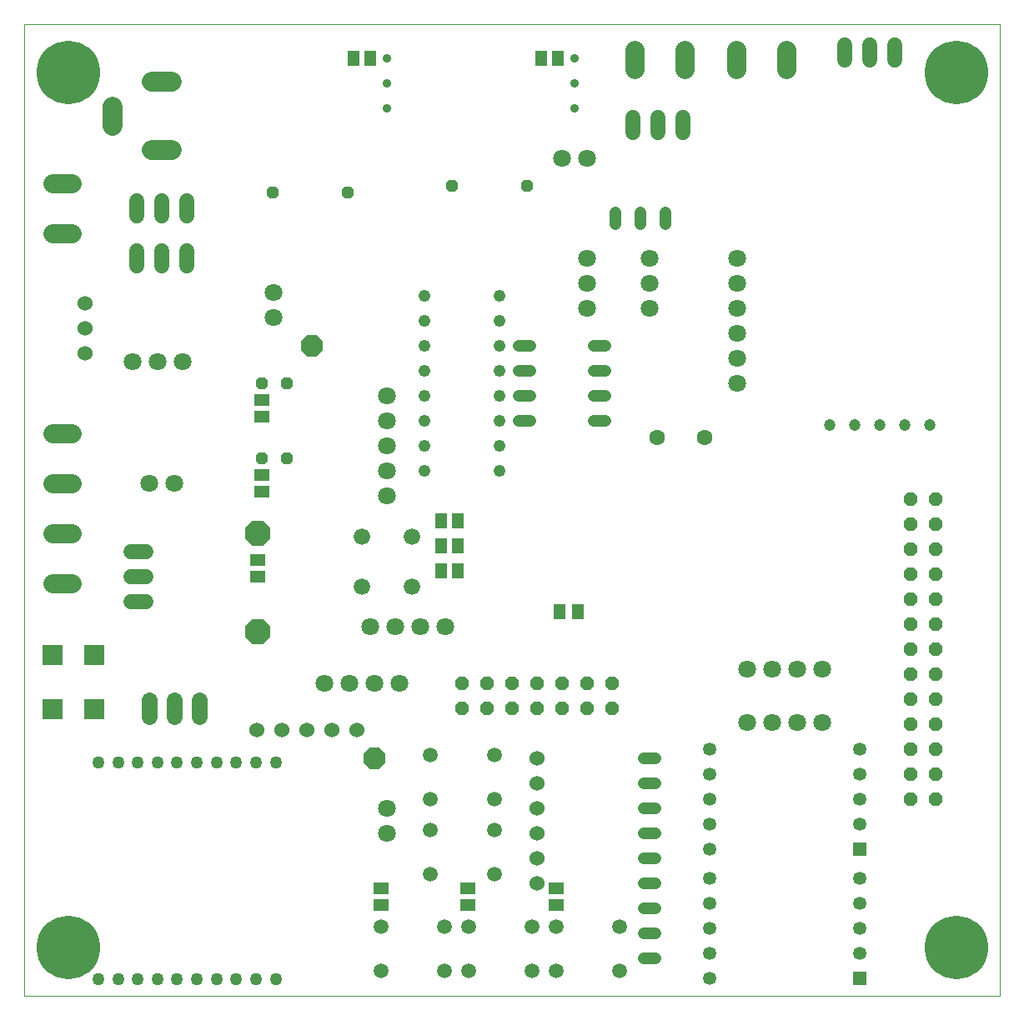
<source format=gbs>
G04 EAGLE Gerber X2 export*
%TF.Part,Single*%
%TF.FileFunction,Other,Solder Mask bottom*%
%TF.FilePolarity,Positive*%
%TF.GenerationSoftware,Autodesk,EAGLE,9.2.1*%
%TF.CreationDate,2019-04-01T06:43:25Z*%
G75*
%MOMM*%
%FSLAX34Y34*%
%LPD*%
%INSolder Mask bottom*%
%IPPOS*%
%AMOC8*
5,1,8,0,0,1.08239X$1,22.5*%
G01*
%ADD10C,0.000000*%
%ADD11C,1.676400*%
%ADD12R,1.500000X1.300000*%
%ADD13C,1.800000*%
%ADD14C,1.219200*%
%ADD15P,1.319650X8X202.500000*%
%ADD16P,1.484606X8X202.500000*%
%ADD17C,1.524000*%
%ADD18R,1.300000X1.500000*%
%ADD19P,1.319650X8X22.500000*%
%ADD20C,1.650000*%
%ADD21P,2.749271X8X292.500000*%
%ADD22C,0.914400*%
%ADD23C,1.981200*%
%ADD24P,1.484606X8X292.500000*%
%ADD25C,1.524000*%
%ADD26C,2.000000*%
%ADD27C,1.500000*%
%ADD28P,2.336880X8X22.500000*%
%ADD29R,2.100000X2.100000*%
%ADD30C,1.219200*%
%ADD31C,1.270000*%
%ADD32C,1.600000*%
%ADD33C,1.200000*%
%ADD34R,1.350000X1.350000*%
%ADD35C,1.350000*%
%ADD36C,6.451600*%


D10*
X0Y12700D02*
X990400Y12700D01*
X990400Y1000000D01*
X0Y1000000D01*
X0Y12700D01*
D11*
X393700Y479425D03*
X342900Y479425D03*
X342900Y428625D03*
X393700Y428625D03*
D12*
X241300Y601100D03*
X241300Y618100D03*
X241300Y524900D03*
X241300Y541900D03*
D13*
X381000Y330200D03*
X355600Y330200D03*
X330200Y330200D03*
X304800Y330200D03*
D14*
X482600Y546100D03*
X482600Y571500D03*
X482600Y698500D03*
X482600Y723900D03*
X482600Y596900D03*
X482600Y622300D03*
X482600Y673100D03*
X482600Y647700D03*
X406400Y723900D03*
X406400Y698500D03*
X406400Y673100D03*
X406400Y647700D03*
X406400Y622300D03*
X406400Y596900D03*
X406400Y571500D03*
X406400Y546100D03*
D13*
X368300Y520700D03*
X368300Y546100D03*
X368300Y571500D03*
X368300Y596900D03*
X368300Y622300D03*
D15*
X266700Y635000D03*
X241300Y635000D03*
X266700Y558800D03*
X241300Y558800D03*
D13*
X127000Y533400D03*
X152400Y533400D03*
D16*
X596900Y304800D03*
X596900Y330200D03*
X571500Y304800D03*
X571500Y330200D03*
X546100Y304800D03*
X546100Y330200D03*
X520700Y304800D03*
X520700Y330200D03*
X495300Y304800D03*
X495300Y330200D03*
X469900Y304800D03*
X469900Y330200D03*
X444500Y304800D03*
X444500Y330200D03*
D17*
X114300Y805180D02*
X114300Y820420D01*
X139700Y820420D02*
X139700Y805180D01*
X165100Y805180D02*
X165100Y820420D01*
X123190Y412750D02*
X107950Y412750D01*
X107950Y438150D02*
X123190Y438150D01*
X123190Y463550D02*
X107950Y463550D01*
X114300Y754380D02*
X114300Y769620D01*
X139700Y769620D02*
X139700Y754380D01*
X165100Y754380D02*
X165100Y769620D01*
D18*
X440300Y444500D03*
X423300Y444500D03*
X440300Y469900D03*
X423300Y469900D03*
X440300Y495300D03*
X423300Y495300D03*
D19*
X433832Y835914D03*
X510032Y835914D03*
X252222Y828548D03*
X328422Y828548D03*
D20*
X177800Y313050D02*
X177800Y296550D01*
X152400Y296550D02*
X152400Y313050D01*
X127000Y313050D02*
X127000Y296550D01*
D21*
X236728Y482346D03*
X236728Y382270D03*
D18*
X524900Y965200D03*
X541900Y965200D03*
X334400Y965200D03*
X351400Y965200D03*
D22*
X558800Y965200D03*
X558800Y939800D03*
X558800Y914400D03*
X368300Y965200D03*
X368300Y939800D03*
X368300Y914400D03*
D13*
X723900Y762000D03*
X723900Y736600D03*
X723900Y711200D03*
X723900Y685800D03*
X723900Y660400D03*
X723900Y635000D03*
X109792Y657162D03*
X135192Y657162D03*
X160592Y657162D03*
D23*
X48006Y482346D02*
X28194Y482346D01*
X28194Y432054D02*
X48006Y432054D01*
X48006Y583946D02*
X28194Y583946D01*
X28194Y533654D02*
X48006Y533654D01*
X48006Y837946D02*
X28194Y837946D01*
X28194Y787654D02*
X48006Y787654D01*
D24*
X925513Y517525D03*
X900113Y517525D03*
X925513Y492125D03*
X900113Y492125D03*
X925513Y466725D03*
X900113Y466725D03*
X925513Y441325D03*
X900113Y441325D03*
X925513Y415925D03*
X900113Y415925D03*
X925513Y390525D03*
X900113Y390525D03*
X925513Y365125D03*
X900113Y365125D03*
X925513Y339725D03*
X900113Y339725D03*
X925513Y314325D03*
X900113Y314325D03*
X925513Y288925D03*
X900113Y288925D03*
X925513Y263525D03*
X900113Y263525D03*
X925513Y238125D03*
X900113Y238125D03*
X925513Y212725D03*
X900113Y212725D03*
D12*
X361823Y121911D03*
X361823Y104911D03*
X450596Y121784D03*
X450596Y104784D03*
X539750Y121784D03*
X539750Y104784D03*
D13*
X635000Y711200D03*
X635000Y736600D03*
X635000Y762000D03*
X571500Y711200D03*
X571500Y736600D03*
X571500Y762000D03*
X368300Y177800D03*
X368300Y203200D03*
D25*
X235966Y282956D03*
X261366Y282956D03*
X286766Y282956D03*
X312166Y282956D03*
X337566Y282956D03*
D13*
X253111Y726758D03*
X253111Y701358D03*
X571500Y863600D03*
X546100Y863600D03*
D12*
X236728Y438794D03*
X236728Y455794D03*
D10*
X149700Y936700D02*
X149840Y936702D01*
X149980Y936708D01*
X150120Y936718D01*
X150260Y936731D01*
X150399Y936749D01*
X150538Y936771D01*
X150675Y936796D01*
X150813Y936825D01*
X150949Y936858D01*
X151084Y936895D01*
X151218Y936936D01*
X151351Y936981D01*
X151483Y937029D01*
X151613Y937081D01*
X151742Y937136D01*
X151869Y937195D01*
X151995Y937258D01*
X152119Y937324D01*
X152240Y937393D01*
X152360Y937466D01*
X152478Y937543D01*
X152593Y937622D01*
X152707Y937705D01*
X152817Y937791D01*
X152926Y937880D01*
X153032Y937972D01*
X153135Y938067D01*
X153236Y938164D01*
X153333Y938265D01*
X153428Y938368D01*
X153520Y938474D01*
X153609Y938583D01*
X153695Y938693D01*
X153778Y938807D01*
X153857Y938922D01*
X153934Y939040D01*
X154007Y939160D01*
X154076Y939281D01*
X154142Y939405D01*
X154205Y939531D01*
X154264Y939658D01*
X154319Y939787D01*
X154371Y939917D01*
X154419Y940049D01*
X154464Y940182D01*
X154505Y940316D01*
X154542Y940451D01*
X154575Y940587D01*
X154604Y940725D01*
X154629Y940862D01*
X154651Y941001D01*
X154669Y941140D01*
X154682Y941280D01*
X154692Y941420D01*
X154698Y941560D01*
X154700Y941700D01*
X154698Y941840D01*
X154692Y941980D01*
X154682Y942120D01*
X154669Y942260D01*
X154651Y942399D01*
X154629Y942538D01*
X154604Y942675D01*
X154575Y942813D01*
X154542Y942949D01*
X154505Y943084D01*
X154464Y943218D01*
X154419Y943351D01*
X154371Y943483D01*
X154319Y943613D01*
X154264Y943742D01*
X154205Y943869D01*
X154142Y943995D01*
X154076Y944119D01*
X154007Y944240D01*
X153934Y944360D01*
X153857Y944478D01*
X153778Y944593D01*
X153695Y944707D01*
X153609Y944817D01*
X153520Y944926D01*
X153428Y945032D01*
X153333Y945135D01*
X153236Y945236D01*
X153135Y945333D01*
X153032Y945428D01*
X152926Y945520D01*
X152817Y945609D01*
X152707Y945695D01*
X152593Y945778D01*
X152478Y945857D01*
X152360Y945934D01*
X152240Y946007D01*
X152119Y946076D01*
X151995Y946142D01*
X151869Y946205D01*
X151742Y946264D01*
X151613Y946319D01*
X151483Y946371D01*
X151351Y946419D01*
X151218Y946464D01*
X151084Y946505D01*
X150949Y946542D01*
X150813Y946575D01*
X150675Y946604D01*
X150538Y946629D01*
X150399Y946651D01*
X150260Y946669D01*
X150120Y946682D01*
X149980Y946692D01*
X149840Y946698D01*
X149700Y946700D01*
X129700Y946700D02*
X129560Y946698D01*
X129420Y946692D01*
X129280Y946682D01*
X129140Y946669D01*
X129001Y946651D01*
X128862Y946629D01*
X128725Y946604D01*
X128587Y946575D01*
X128451Y946542D01*
X128316Y946505D01*
X128182Y946464D01*
X128049Y946419D01*
X127917Y946371D01*
X127787Y946319D01*
X127658Y946264D01*
X127531Y946205D01*
X127405Y946142D01*
X127281Y946076D01*
X127160Y946007D01*
X127040Y945934D01*
X126922Y945857D01*
X126807Y945778D01*
X126693Y945695D01*
X126583Y945609D01*
X126474Y945520D01*
X126368Y945428D01*
X126265Y945333D01*
X126164Y945236D01*
X126067Y945135D01*
X125972Y945032D01*
X125880Y944926D01*
X125791Y944817D01*
X125705Y944707D01*
X125622Y944593D01*
X125543Y944478D01*
X125466Y944360D01*
X125393Y944240D01*
X125324Y944119D01*
X125258Y943995D01*
X125195Y943869D01*
X125136Y943742D01*
X125081Y943613D01*
X125029Y943483D01*
X124981Y943351D01*
X124936Y943218D01*
X124895Y943084D01*
X124858Y942949D01*
X124825Y942813D01*
X124796Y942675D01*
X124771Y942538D01*
X124749Y942399D01*
X124731Y942260D01*
X124718Y942120D01*
X124708Y941980D01*
X124702Y941840D01*
X124700Y941700D01*
X124702Y941560D01*
X124708Y941420D01*
X124718Y941280D01*
X124731Y941140D01*
X124749Y941001D01*
X124771Y940862D01*
X124796Y940725D01*
X124825Y940587D01*
X124858Y940451D01*
X124895Y940316D01*
X124936Y940182D01*
X124981Y940049D01*
X125029Y939917D01*
X125081Y939787D01*
X125136Y939658D01*
X125195Y939531D01*
X125258Y939405D01*
X125324Y939281D01*
X125393Y939160D01*
X125466Y939040D01*
X125543Y938922D01*
X125622Y938807D01*
X125705Y938693D01*
X125791Y938583D01*
X125880Y938474D01*
X125972Y938368D01*
X126067Y938265D01*
X126164Y938164D01*
X126265Y938067D01*
X126368Y937972D01*
X126474Y937880D01*
X126583Y937791D01*
X126693Y937705D01*
X126807Y937622D01*
X126922Y937543D01*
X127040Y937466D01*
X127160Y937393D01*
X127281Y937324D01*
X127405Y937258D01*
X127531Y937195D01*
X127658Y937136D01*
X127787Y937081D01*
X127917Y937029D01*
X128049Y936981D01*
X128182Y936936D01*
X128316Y936895D01*
X128451Y936858D01*
X128587Y936825D01*
X128725Y936796D01*
X128862Y936771D01*
X129001Y936749D01*
X129140Y936731D01*
X129280Y936718D01*
X129420Y936708D01*
X129560Y936702D01*
X129700Y936700D01*
X149700Y936700D01*
X149700Y946700D02*
X129700Y946700D01*
X94700Y894700D02*
X94698Y894560D01*
X94692Y894420D01*
X94682Y894280D01*
X94669Y894140D01*
X94651Y894001D01*
X94629Y893862D01*
X94604Y893725D01*
X94575Y893587D01*
X94542Y893451D01*
X94505Y893316D01*
X94464Y893182D01*
X94419Y893049D01*
X94371Y892917D01*
X94319Y892787D01*
X94264Y892658D01*
X94205Y892531D01*
X94142Y892405D01*
X94076Y892281D01*
X94007Y892160D01*
X93934Y892040D01*
X93857Y891922D01*
X93778Y891807D01*
X93695Y891693D01*
X93609Y891583D01*
X93520Y891474D01*
X93428Y891368D01*
X93333Y891265D01*
X93236Y891164D01*
X93135Y891067D01*
X93032Y890972D01*
X92926Y890880D01*
X92817Y890791D01*
X92707Y890705D01*
X92593Y890622D01*
X92478Y890543D01*
X92360Y890466D01*
X92240Y890393D01*
X92119Y890324D01*
X91995Y890258D01*
X91869Y890195D01*
X91742Y890136D01*
X91613Y890081D01*
X91483Y890029D01*
X91351Y889981D01*
X91218Y889936D01*
X91084Y889895D01*
X90949Y889858D01*
X90813Y889825D01*
X90675Y889796D01*
X90538Y889771D01*
X90399Y889749D01*
X90260Y889731D01*
X90120Y889718D01*
X89980Y889708D01*
X89840Y889702D01*
X89700Y889700D01*
X89560Y889702D01*
X89420Y889708D01*
X89280Y889718D01*
X89140Y889731D01*
X89001Y889749D01*
X88862Y889771D01*
X88725Y889796D01*
X88587Y889825D01*
X88451Y889858D01*
X88316Y889895D01*
X88182Y889936D01*
X88049Y889981D01*
X87917Y890029D01*
X87787Y890081D01*
X87658Y890136D01*
X87531Y890195D01*
X87405Y890258D01*
X87281Y890324D01*
X87160Y890393D01*
X87040Y890466D01*
X86922Y890543D01*
X86807Y890622D01*
X86693Y890705D01*
X86583Y890791D01*
X86474Y890880D01*
X86368Y890972D01*
X86265Y891067D01*
X86164Y891164D01*
X86067Y891265D01*
X85972Y891368D01*
X85880Y891474D01*
X85791Y891583D01*
X85705Y891693D01*
X85622Y891807D01*
X85543Y891922D01*
X85466Y892040D01*
X85393Y892160D01*
X85324Y892281D01*
X85258Y892405D01*
X85195Y892531D01*
X85136Y892658D01*
X85081Y892787D01*
X85029Y892917D01*
X84981Y893049D01*
X84936Y893182D01*
X84895Y893316D01*
X84858Y893451D01*
X84825Y893587D01*
X84796Y893725D01*
X84771Y893862D01*
X84749Y894001D01*
X84731Y894140D01*
X84718Y894280D01*
X84708Y894420D01*
X84702Y894560D01*
X84700Y894700D01*
X84700Y917700D02*
X84702Y917840D01*
X84708Y917980D01*
X84718Y918120D01*
X84731Y918260D01*
X84749Y918399D01*
X84771Y918538D01*
X84796Y918675D01*
X84825Y918813D01*
X84858Y918949D01*
X84895Y919084D01*
X84936Y919218D01*
X84981Y919351D01*
X85029Y919483D01*
X85081Y919613D01*
X85136Y919742D01*
X85195Y919869D01*
X85258Y919995D01*
X85324Y920119D01*
X85393Y920240D01*
X85466Y920360D01*
X85543Y920478D01*
X85622Y920593D01*
X85705Y920707D01*
X85791Y920817D01*
X85880Y920926D01*
X85972Y921032D01*
X86067Y921135D01*
X86164Y921236D01*
X86265Y921333D01*
X86368Y921428D01*
X86474Y921520D01*
X86583Y921609D01*
X86693Y921695D01*
X86807Y921778D01*
X86922Y921857D01*
X87040Y921934D01*
X87160Y922007D01*
X87281Y922076D01*
X87405Y922142D01*
X87531Y922205D01*
X87658Y922264D01*
X87787Y922319D01*
X87917Y922371D01*
X88049Y922419D01*
X88182Y922464D01*
X88316Y922505D01*
X88451Y922542D01*
X88587Y922575D01*
X88725Y922604D01*
X88862Y922629D01*
X89001Y922651D01*
X89140Y922669D01*
X89280Y922682D01*
X89420Y922692D01*
X89560Y922698D01*
X89700Y922700D01*
X89840Y922698D01*
X89980Y922692D01*
X90120Y922682D01*
X90260Y922669D01*
X90399Y922651D01*
X90538Y922629D01*
X90675Y922604D01*
X90813Y922575D01*
X90949Y922542D01*
X91084Y922505D01*
X91218Y922464D01*
X91351Y922419D01*
X91483Y922371D01*
X91613Y922319D01*
X91742Y922264D01*
X91869Y922205D01*
X91995Y922142D01*
X92119Y922076D01*
X92240Y922007D01*
X92360Y921934D01*
X92478Y921857D01*
X92593Y921778D01*
X92707Y921695D01*
X92817Y921609D01*
X92926Y921520D01*
X93032Y921428D01*
X93135Y921333D01*
X93236Y921236D01*
X93333Y921135D01*
X93428Y921032D01*
X93520Y920926D01*
X93609Y920817D01*
X93695Y920707D01*
X93778Y920593D01*
X93857Y920478D01*
X93934Y920360D01*
X94007Y920240D01*
X94076Y920119D01*
X94142Y919995D01*
X94205Y919869D01*
X94264Y919742D01*
X94319Y919613D01*
X94371Y919483D01*
X94419Y919351D01*
X94464Y919218D01*
X94505Y919084D01*
X94542Y918949D01*
X94575Y918813D01*
X94604Y918675D01*
X94629Y918538D01*
X94651Y918399D01*
X94669Y918260D01*
X94682Y918120D01*
X94692Y917980D01*
X94698Y917840D01*
X94700Y917700D01*
X84700Y917700D02*
X84700Y894700D01*
X94700Y894700D02*
X94700Y917700D01*
X150700Y876700D02*
X150840Y876698D01*
X150980Y876692D01*
X151120Y876682D01*
X151260Y876669D01*
X151399Y876651D01*
X151538Y876629D01*
X151675Y876604D01*
X151813Y876575D01*
X151949Y876542D01*
X152084Y876505D01*
X152218Y876464D01*
X152351Y876419D01*
X152483Y876371D01*
X152613Y876319D01*
X152742Y876264D01*
X152869Y876205D01*
X152995Y876142D01*
X153119Y876076D01*
X153240Y876007D01*
X153360Y875934D01*
X153478Y875857D01*
X153593Y875778D01*
X153707Y875695D01*
X153817Y875609D01*
X153926Y875520D01*
X154032Y875428D01*
X154135Y875333D01*
X154236Y875236D01*
X154333Y875135D01*
X154428Y875032D01*
X154520Y874926D01*
X154609Y874817D01*
X154695Y874707D01*
X154778Y874593D01*
X154857Y874478D01*
X154934Y874360D01*
X155007Y874240D01*
X155076Y874119D01*
X155142Y873995D01*
X155205Y873869D01*
X155264Y873742D01*
X155319Y873613D01*
X155371Y873483D01*
X155419Y873351D01*
X155464Y873218D01*
X155505Y873084D01*
X155542Y872949D01*
X155575Y872813D01*
X155604Y872675D01*
X155629Y872538D01*
X155651Y872399D01*
X155669Y872260D01*
X155682Y872120D01*
X155692Y871980D01*
X155698Y871840D01*
X155700Y871700D01*
X155698Y871560D01*
X155692Y871420D01*
X155682Y871280D01*
X155669Y871140D01*
X155651Y871001D01*
X155629Y870862D01*
X155604Y870725D01*
X155575Y870587D01*
X155542Y870451D01*
X155505Y870316D01*
X155464Y870182D01*
X155419Y870049D01*
X155371Y869917D01*
X155319Y869787D01*
X155264Y869658D01*
X155205Y869531D01*
X155142Y869405D01*
X155076Y869281D01*
X155007Y869160D01*
X154934Y869040D01*
X154857Y868922D01*
X154778Y868807D01*
X154695Y868693D01*
X154609Y868583D01*
X154520Y868474D01*
X154428Y868368D01*
X154333Y868265D01*
X154236Y868164D01*
X154135Y868067D01*
X154032Y867972D01*
X153926Y867880D01*
X153817Y867791D01*
X153707Y867705D01*
X153593Y867622D01*
X153478Y867543D01*
X153360Y867466D01*
X153240Y867393D01*
X153119Y867324D01*
X152995Y867258D01*
X152869Y867195D01*
X152742Y867136D01*
X152613Y867081D01*
X152483Y867029D01*
X152351Y866981D01*
X152218Y866936D01*
X152084Y866895D01*
X151949Y866858D01*
X151813Y866825D01*
X151675Y866796D01*
X151538Y866771D01*
X151399Y866749D01*
X151260Y866731D01*
X151120Y866718D01*
X150980Y866708D01*
X150840Y866702D01*
X150700Y866700D01*
X128700Y866700D02*
X128560Y866702D01*
X128420Y866708D01*
X128280Y866718D01*
X128140Y866731D01*
X128001Y866749D01*
X127862Y866771D01*
X127725Y866796D01*
X127587Y866825D01*
X127451Y866858D01*
X127316Y866895D01*
X127182Y866936D01*
X127049Y866981D01*
X126917Y867029D01*
X126787Y867081D01*
X126658Y867136D01*
X126531Y867195D01*
X126405Y867258D01*
X126281Y867324D01*
X126160Y867393D01*
X126040Y867466D01*
X125922Y867543D01*
X125807Y867622D01*
X125693Y867705D01*
X125583Y867791D01*
X125474Y867880D01*
X125368Y867972D01*
X125265Y868067D01*
X125164Y868164D01*
X125067Y868265D01*
X124972Y868368D01*
X124880Y868474D01*
X124791Y868583D01*
X124705Y868693D01*
X124622Y868807D01*
X124543Y868922D01*
X124466Y869040D01*
X124393Y869160D01*
X124324Y869281D01*
X124258Y869405D01*
X124195Y869531D01*
X124136Y869658D01*
X124081Y869787D01*
X124029Y869917D01*
X123981Y870049D01*
X123936Y870182D01*
X123895Y870316D01*
X123858Y870451D01*
X123825Y870587D01*
X123796Y870725D01*
X123771Y870862D01*
X123749Y871001D01*
X123731Y871140D01*
X123718Y871280D01*
X123708Y871420D01*
X123702Y871560D01*
X123700Y871700D01*
X123702Y871840D01*
X123708Y871980D01*
X123718Y872120D01*
X123731Y872260D01*
X123749Y872399D01*
X123771Y872538D01*
X123796Y872675D01*
X123825Y872813D01*
X123858Y872949D01*
X123895Y873084D01*
X123936Y873218D01*
X123981Y873351D01*
X124029Y873483D01*
X124081Y873613D01*
X124136Y873742D01*
X124195Y873869D01*
X124258Y873995D01*
X124324Y874119D01*
X124393Y874240D01*
X124466Y874360D01*
X124543Y874478D01*
X124622Y874593D01*
X124705Y874707D01*
X124791Y874817D01*
X124880Y874926D01*
X124972Y875032D01*
X125067Y875135D01*
X125164Y875236D01*
X125265Y875333D01*
X125368Y875428D01*
X125474Y875520D01*
X125583Y875609D01*
X125693Y875695D01*
X125807Y875778D01*
X125922Y875857D01*
X126040Y875934D01*
X126160Y876007D01*
X126281Y876076D01*
X126405Y876142D01*
X126531Y876205D01*
X126658Y876264D01*
X126787Y876319D01*
X126917Y876371D01*
X127049Y876419D01*
X127182Y876464D01*
X127316Y876505D01*
X127451Y876542D01*
X127587Y876575D01*
X127725Y876604D01*
X127862Y876629D01*
X128001Y876651D01*
X128140Y876669D01*
X128280Y876682D01*
X128420Y876692D01*
X128560Y876698D01*
X128700Y876700D01*
X150700Y876700D01*
X150700Y866700D02*
X128700Y866700D01*
D26*
X129700Y941700D02*
X149700Y941700D01*
X149700Y871700D02*
X129700Y871700D01*
X89700Y896200D02*
X89700Y916200D01*
D27*
X426835Y37825D03*
X361835Y37825D03*
X426835Y82825D03*
X361835Y82825D03*
X515735Y37825D03*
X450735Y37825D03*
X515735Y82825D03*
X450735Y82825D03*
X604635Y37825D03*
X539635Y37825D03*
X604635Y82825D03*
X539635Y82825D03*
D28*
X355600Y254000D03*
X292100Y673100D03*
D13*
X427038Y387350D03*
X401638Y387350D03*
X376238Y387350D03*
X350838Y387350D03*
D25*
X61722Y664972D03*
X61722Y690372D03*
X61722Y715772D03*
D29*
X70784Y358462D03*
X28784Y358462D03*
X28784Y303462D03*
X70784Y303462D03*
D30*
X650494Y796544D02*
X650494Y808736D01*
X625094Y808736D02*
X625094Y796544D01*
X599694Y796544D02*
X599694Y808736D01*
D27*
X477000Y136250D03*
X412000Y136250D03*
X477000Y181250D03*
X412000Y181250D03*
D13*
X733425Y344488D03*
X758825Y344488D03*
X784225Y344488D03*
X809625Y344488D03*
X733425Y290513D03*
X758825Y290513D03*
X784225Y290513D03*
X809625Y290513D03*
D31*
X75100Y29700D03*
X95100Y29700D03*
X115100Y29700D03*
X135100Y29700D03*
X155100Y29700D03*
X175100Y29700D03*
X195100Y29700D03*
X215100Y29700D03*
X235100Y29700D03*
X255100Y29700D03*
X255100Y249700D03*
X235100Y249700D03*
X215100Y249700D03*
X195100Y249700D03*
X175100Y249700D03*
X155100Y249700D03*
X135100Y249700D03*
X115100Y249700D03*
X95100Y249700D03*
X75100Y249700D03*
D27*
X477000Y212450D03*
X412000Y212450D03*
X477000Y257450D03*
X412000Y257450D03*
D25*
X520700Y127000D03*
X520700Y152400D03*
X520700Y177800D03*
X520700Y203200D03*
X520700Y228600D03*
X520700Y254000D03*
D30*
X514096Y673100D02*
X501904Y673100D01*
X501904Y647700D02*
X514096Y647700D01*
X514096Y622300D02*
X501904Y622300D01*
X501904Y596900D02*
X514096Y596900D01*
X578104Y596900D02*
X590296Y596900D01*
X590296Y622300D02*
X578104Y622300D01*
X578104Y647700D02*
X590296Y647700D01*
X590296Y673100D02*
X578104Y673100D01*
X628904Y254000D02*
X641096Y254000D01*
X641096Y228600D02*
X628904Y228600D01*
X628904Y203200D02*
X641096Y203200D01*
X641096Y177800D02*
X628904Y177800D01*
X628904Y152400D02*
X641096Y152400D01*
X641096Y127000D02*
X628904Y127000D01*
X628904Y101600D02*
X641096Y101600D01*
X641096Y76200D02*
X628904Y76200D01*
X628904Y50800D02*
X641096Y50800D01*
D17*
X617728Y890016D02*
X617728Y905256D01*
X643128Y905256D02*
X643128Y890016D01*
X668528Y890016D02*
X668528Y905256D01*
D23*
X670052Y954024D02*
X670052Y973836D01*
X619760Y973836D02*
X619760Y954024D01*
D17*
X884047Y963232D02*
X884047Y978472D01*
X858647Y978472D02*
X858647Y963232D01*
X833247Y963232D02*
X833247Y978472D01*
D23*
X773303Y973709D02*
X773303Y953897D01*
X723011Y953897D02*
X723011Y973709D01*
D18*
X561950Y403225D03*
X542950Y403225D03*
D32*
X642620Y579438D03*
X690880Y579438D03*
D33*
X868363Y592138D03*
X842963Y592138D03*
X817563Y592138D03*
X893763Y592138D03*
X919163Y592138D03*
D34*
X847725Y30163D03*
D35*
X847725Y55563D03*
X847725Y80963D03*
X847725Y106363D03*
X847725Y131763D03*
X695325Y131763D03*
X695325Y106363D03*
X695325Y80963D03*
X695325Y55563D03*
X695325Y30163D03*
D34*
X847725Y161925D03*
D35*
X847725Y187325D03*
X847725Y212725D03*
X847725Y238125D03*
X847725Y263525D03*
X695325Y263525D03*
X695325Y238125D03*
X695325Y212725D03*
X695325Y187325D03*
X695325Y161925D03*
D36*
X44864Y61331D03*
X44864Y950331D03*
X946564Y61331D03*
X946564Y950331D03*
M02*

</source>
